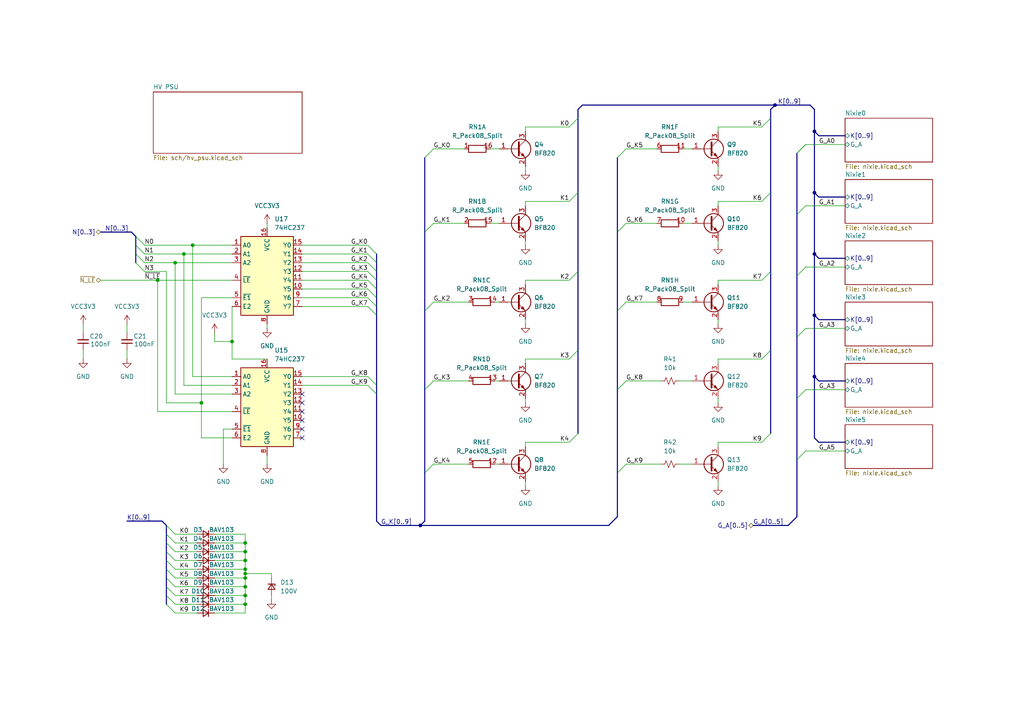
<source format=kicad_sch>
(kicad_sch (version 20250114) (generator "eeschema") (generator_version "9.0")
  (paper "A4")
  (lib_symbols
    (symbol "74xx:74HC237"
      (property "Reference" "U" (at -7.62 13.97 0))
      (property "Value" "74HC237" (at 2.54 -11.43 0))
      (symbol "74HC237_0_1"
        (rectangle (start -7.62 12.7) (end 7.62 -10.16) (stroke (width 0.254)) (fill (type background)))
      )
      (symbol "74HC237_1_1"
        (pin input line (at -10.16 10.16 0) (length 2.54) (name "A0") (number "1"))
        (pin input line (at -10.16 7.62 0) (length 2.54) (name "A1") (number "2"))
        (pin input line (at -10.16 5.08 0) (length 2.54) (name "A2") (number "3"))
        (pin input line (at -10.16 0 0) (length 2.54) (name "~{LE}") (number "4"))
        (pin input line (at -10.16 -5.08 0) (length 2.54) (name "~{E1}") (number "5"))
        (pin input line (at -10.16 -7.62 0) (length 2.54) (name "E2") (number "6"))
        (pin power_in line (at 0 15.24 270) (length 2.54) (name "VCC") (number "16"))
        (pin power_in line (at 0 -12.7 90) (length 2.54) (name "GND") (number "8"))
        (pin output line (at 10.16 10.16 180) (length 2.54) (name "Y0") (number "15"))
        (pin output line (at 10.16 7.62 180) (length 2.54) (name "Y1") (number "14"))
        (pin output line (at 10.16 5.08 180) (length 2.54) (name "Y2") (number "13"))
        (pin output line (at 10.16 2.54 180) (length 2.54) (name "Y3") (number "12"))
        (pin output line (at 10.16 0 180) (length 2.54) (name "Y4") (number "11"))
        (pin output line (at 10.16 -2.54 180) (length 2.54) (name "Y5") (number "10"))
        (pin output line (at 10.16 -5.08 180) (length 2.54) (name "Y6") (number "9"))
        (pin output line (at 10.16 -7.62 180) (length 2.54) (name "Y7") (number "7"))
      )
    )
    (symbol "Device:C_Small" (pin_numbers (hide yes)) (pin_names (offset 0.254) (hide yes))
      (property "Reference" "C" (at 0.254 1.778 0))
      (property "Value" "C_Small" (at 0.254 -2.032 0))
      (symbol "C_Small_0_1"
        (polyline (pts (xy -1.524 0.508) (xy 1.524 0.508)) (stroke (width 0.3048)))
        (polyline (pts (xy -1.524 -0.508) (xy 1.524 -0.508)) (stroke (width 0.3302)))
      )
      (symbol "C_Small_1_1"
        (pin passive line (at 0 2.54 270) (length 2.032) (name "~") (number "1"))
        (pin passive line (at 0 -2.54 90) (length 2.032) (name "~") (number "2"))
      )
    )
    (symbol "Device:D_Small" (pin_numbers (hide yes)) (pin_names (offset 0.254) (hide yes))
      (property "Reference" "D" (at -1.27 2.032 0))
      (property "Value" "D_Small" (at -3.81 -2.032 0))
      (symbol "D_Small_0_1"
        (polyline (pts (xy -0.762 0) (xy 0.762 0)))
        (polyline (pts (xy -0.762 -1.016) (xy -0.762 1.016)) (stroke (width 0.254)))
        (polyline (pts (xy 0.762 -1.016) (xy -0.762 0) (xy 0.762 1.016) (xy 0.762 -1.016)) (stroke (width 0.254)))
      )
      (symbol "D_Small_1_1"
        (pin passive line (at -2.54 0 0) (length 1.778) (name "K") (number "1"))
        (pin passive line (at 2.54 0 180) (length 1.778) (name "A") (number "2"))
      )
    )
    (symbol "Device:D_Zener_Small" (pin_numbers (hide yes)) (pin_names (offset 0.254) (hide yes))
      (property "Reference" "D" (at 0 2.286 0))
      (property "Value" "D_Zener_Small" (at 0 -2.286 0))
      (symbol "D_Zener_Small_0_1"
        (polyline (pts (xy -0.254 1.016) (xy -0.762 1.016) (xy -0.762 -1.016)) (stroke (width 0.254)))
        (polyline (pts (xy 0.762 1.016) (xy -0.762 0) (xy 0.762 -1.016) (xy 0.762 1.016)) (stroke (width 0.254)))
        (polyline (pts (xy 0.762 0) (xy -0.762 0)))
      )
      (symbol "D_Zener_Small_1_1"
        (pin passive line (at -2.54 0 0) (length 1.778) (name "K") (number "1"))
        (pin passive line (at 2.54 0 180) (length 1.778) (name "A") (number "2"))
      )
    )
    (symbol "Device:R_Pack08_Split" (pin_names (offset 0) (hide yes))
      (property "Reference" "RN" (at 2.032 0 90))
      (property "Value" "R_Pack08_Split" (at 0 0 90))
      (symbol "R_Pack08_Split_0_1"
        (rectangle (start 1.016 2.54) (end -1.016 -2.54) (stroke (width 0.254)))
      )
      (symbol "R_Pack08_Split_1_1"
        (pin passive line (at 0 3.81 270) (length 1.27) (name "R1.2") (number "16"))
        (pin passive line (at 0 -3.81 90) (length 1.27) (name "R1.1") (number "1"))
      )
      (symbol "R_Pack08_Split_2_1"
        (pin passive line (at 0 3.81 270) (length 1.27) (name "R2.2") (number "15"))
        (pin passive line (at 0 -3.81 90) (length 1.27) (name "R2.1") (number "2"))
      )
      (symbol "R_Pack08_Split_3_1"
        (pin passive line (at 0 3.81 270) (length 1.27) (name "R3.2") (number "14"))
        (pin passive line (at 0 -3.81 90) (length 1.27) (name "R3.1") (number "3"))
      )
      (symbol "R_Pack08_Split_4_1"
        (pin passive line (at 0 3.81 270) (length 1.27) (name "R4.2") (number "13"))
        (pin passive line (at 0 -3.81 90) (length 1.27) (name "R4.1") (number "4"))
      )
      (symbol "R_Pack08_Split_5_1"
        (pin passive line (at 0 3.81 270) (length 1.27) (name "R5.2") (number "12"))
        (pin passive line (at 0 -3.81 90) (length 1.27) (name "R5.1") (number "5"))
      )
      (symbol "R_Pack08_Split_6_1"
        (pin passive line (at 0 3.81 270) (length 1.27) (name "R6.2") (number "11"))
        (pin passive line (at 0 -3.81 90) (length 1.27) (name "R6.1") (number "6"))
      )
      (symbol "R_Pack08_Split_7_1"
        (pin passive line (at 0 3.81 270) (length 1.27) (name "R7.2") (number "10"))
        (pin passive line (at 0 -3.81 90) (length 1.27) (name "R7.1") (number "7"))
      )
      (symbol "R_Pack08_Split_8_1"
        (pin passive line (at 0 3.81 270) (length 1.27) (name "R8.2") (number "9"))
        (pin passive line (at 0 -3.81 90) (length 1.27) (name "R8.1") (number "8"))
      )
    )
    (symbol "Device:R_Small_US" (pin_numbers (hide yes)) (pin_names (offset 0.254) (hide yes))
      (property "Reference" "R" (at 0.762 0.508 0))
      (property "Value" "R_Small_US" (at 0.762 -1.016 0))
      (symbol "R_Small_US_1_1"
        (polyline (pts (xy 0 1.524) (xy 1.016 1.143) (xy 0 0.762) (xy -1.016 0.381) (xy 0 0)))
        (polyline (pts (xy 0 0) (xy 1.016 -0.381) (xy 0 -0.762) (xy -1.016 -1.143) (xy 0 -1.524)))
        (pin passive line (at 0 2.54 270) (length 1.016) (name "~") (number "1"))
        (pin passive line (at 0 -2.54 90) (length 1.016) (name "~") (number "2"))
      )
    )
    (symbol "Transistor_BJT:Q_NPN_BEC" (pin_names (offset 0) (hide yes))
      (property "Reference" "Q" (at 5.08 1.27 0))
      (property "Value" "Q_NPN_BEC" (at 5.08 -1.27 0))
      (symbol "Q_NPN_BEC_0_1"
        (polyline (pts (xy -2.54 0) (xy 0.635 0)))
        (polyline (pts (xy 0.635 1.905) (xy 0.635 -1.905)) (stroke (width 0.508)))
        (circle (center 1.27 0) (radius 2.8194) (stroke (width 0.254)))
      )
      (symbol "Q_NPN_BEC_1_1"
        (polyline (pts (xy 0.635 0.635) (xy 2.54 2.54)))
        (polyline (pts (xy 0.635 -0.635) (xy 2.54 -2.54)))
        (polyline (pts (xy 1.27 -1.778) (xy 1.778 -1.27) (xy 2.286 -2.286) (xy 1.27 -1.778)) (fill (type outline)))
        (pin input line (at -5.08 0 0) (length 2.54) (name "B") (number "1"))
        (pin passive line (at 2.54 5.08 270) (length 2.54) (name "C") (number "3"))
        (pin passive line (at 2.54 -5.08 90) (length 2.54) (name "E") (number "2"))
      )
    )
    (symbol "power:GND" (power) (pin_numbers (hide yes)) (pin_names (offset 0) (hide yes))
      (property "Value" "GND" (at 0 -3.81 0))
      (symbol "GND_0_1"
        (polyline (pts (xy 0 0) (xy 0 -1.27) (xy 1.27 -1.27) (xy 0 -2.54) (xy -1.27 -1.27) (xy 0 -1.27)))
      )
      (symbol "GND_1_1"
        (pin power_in line (at 0 0 270) (length 0) (name "~") (number "1"))
      )
    )
    (symbol "power:VCC" (power) (pin_numbers (hide yes)) (pin_names (offset 0) (hide yes))
      (property "Value" "VCC" (at 0 3.556 0))
      (symbol "VCC_0_1"
        (polyline (pts (xy -0.762 1.27) (xy 0 2.54)))
        (polyline (pts (xy 0 2.54) (xy 0.762 1.27)))
        (polyline (pts (xy 0 0) (xy 0 2.54)))
      )
      (symbol "VCC_1_1"
        (pin power_in line (at 0 0 90) (length 0) (name "~") (number "1"))
      )
    )
  )
  (junction (at 55.88 71.12))
  (junction (at 71.12 175.26))
  (junction (at 71.12 160.02))
  (junction (at 71.12 170.18))
  (junction (at 236.22 55.88))
  (junction (at 67.31 99.06))
  (junction (at 236.22 73.66))
  (junction (at 45.72 81.28))
  (junction (at 71.12 166.37))
  (junction (at 50.8 76.2))
  (junction (at 236.22 109.22))
  (junction (at 71.12 162.56))
  (junction (at 53.34 73.66))
  (junction (at 71.12 172.72))
  (junction (at 58.42 116.84))
  (junction (at 236.22 38.1))
  (junction (at 71.12 157.48))
  (junction (at 71.12 167.64))
  (junction (at 71.12 165.1))
  (junction (at 236.22 91.44))
  (junction (at 224.79 30.48))
  (junction (at 121.92 152.4))
  (no_connect (at 87.63 124.46))
  (no_connect (at 87.63 127))
  (no_connect (at 87.63 119.38))
  (no_connect (at 87.63 116.84))
  (no_connect (at 87.63 114.3))
  (no_connect (at 87.63 121.92))
  (bus_entry (at 167.64 55.88) (size -2.54 2.54))
  (bus_entry (at 167.64 101.6) (size -2.54 2.54))
  (bus_entry (at 48.26 170.18) (size 2.54 2.54))
  (bus_entry (at 48.26 152.4) (size 2.54 2.54))
  (bus_entry (at 39.37 68.58) (size 2.54 2.54))
  (bus_entry (at 167.64 125.73) (size -2.54 2.54))
  (bus_entry (at 48.26 172.72) (size 2.54 2.54))
  (bus_entry (at 48.26 162.56) (size 2.54 2.54))
  (bus_entry (at 123.19 45.72) (size 2.54 -2.54))
  (bus_entry (at 167.64 78.74) (size -2.54 2.54))
  (bus_entry (at 48.26 160.02) (size 2.54 2.54))
  (bus_entry (at 179.07 113.03) (size 2.54 -2.54))
  (bus_entry (at 109.22 114.3) (size -2.54 -2.54))
  (bus_entry (at 231.14 44.45) (size 2.54 -2.54))
  (bus_entry (at 109.22 91.44) (size -2.54 -2.54))
  (bus_entry (at 231.14 97.79) (size 2.54 -2.54))
  (bus_entry (at 231.14 115.57) (size 2.54 -2.54))
  (bus_entry (at 48.26 154.94) (size 2.54 2.54))
  (bus_entry (at 179.07 67.31) (size 2.54 -2.54))
  (bus_entry (at 39.37 71.12) (size 2.54 2.54))
  (bus_entry (at 48.26 167.64) (size 2.54 2.54))
  (bus_entry (at 223.52 55.88) (size -2.54 2.54))
  (bus_entry (at 231.14 133.35) (size 2.54 -2.54))
  (bus_entry (at 123.19 137.16) (size 2.54 -2.54))
  (bus_entry (at 179.07 90.17) (size 2.54 -2.54))
  (bus_entry (at 48.26 157.48) (size 2.54 2.54))
  (bus_entry (at 167.64 34.29) (size -2.54 2.54))
  (bus_entry (at 123.19 90.17) (size 2.54 -2.54))
  (bus_entry (at 48.26 165.1) (size 2.54 2.54))
  (bus_entry (at 109.22 81.28) (size -2.54 -2.54))
  (bus_entry (at 109.22 73.66) (size -2.54 -2.54))
  (bus_entry (at 39.37 76.2) (size 2.54 2.54))
  (bus_entry (at 223.52 125.73) (size -2.54 2.54))
  (bus_entry (at 109.22 83.82) (size -2.54 -2.54))
  (bus_entry (at 231.14 44.45) (size 2.54 -2.54))
  (bus_entry (at 109.22 111.76) (size -2.54 -2.54))
  (bus_entry (at 123.19 113.03) (size 2.54 -2.54))
  (bus_entry (at 123.19 67.31) (size 2.54 -2.54))
  (bus_entry (at 109.22 78.74) (size -2.54 -2.54))
  (bus_entry (at 109.22 76.2) (size -2.54 -2.54))
  (bus_entry (at 179.07 137.16) (size 2.54 -2.54))
  (bus_entry (at 109.22 88.9) (size -2.54 -2.54))
  (bus_entry (at 39.37 73.66) (size 2.54 2.54))
  (bus_entry (at 48.26 175.26) (size 2.54 2.54))
  (bus_entry (at 231.14 80.01) (size 2.54 -2.54))
  (bus_entry (at 223.52 78.74) (size -2.54 2.54))
  (bus_entry (at 223.52 34.29) (size -2.54 2.54))
  (bus_entry (at 109.22 86.36) (size -2.54 -2.54))
  (bus_entry (at 179.07 45.72) (size 2.54 -2.54))
  (bus_entry (at 231.14 62.23) (size 2.54 -2.54))
  (bus_entry (at 223.52 101.6) (size -2.54 2.54))
  (wire (pts (xy 41.91 73.66) (xy 53.34 73.66)))
  (bus (pts (xy 231.14 133.35) (xy 231.14 149.86)))
  (wire (pts (xy 198.12 87.63) (xy 200.66 87.63)))
  (wire (pts (xy 71.12 165.1) (xy 71.12 166.37)))
  (bus (pts (xy 179.07 90.17) (xy 179.07 113.03)))
  (bus (pts (xy 123.19 151.13) (xy 121.92 152.4)))
  (bus (pts (xy 48.26 157.48) (xy 48.26 160.02)))
  (bus (pts (xy 179.07 137.16) (xy 179.07 149.86)))
  (wire (pts (xy 152.4 92.71) (xy 152.4 93.98)))
  (bus (pts (xy 231.14 115.57) (xy 231.14 133.35)))
  (bus (pts (xy 223.52 55.88) (xy 223.52 78.74)))
  (bus (pts (xy 48.26 152.4) (xy 48.26 154.94)))
  (wire (pts (xy 106.68 71.12) (xy 87.63 71.12)))
  (wire (pts (xy 62.23 165.1) (xy 71.12 165.1)))
  (bus (pts (xy 236.22 31.75) (xy 236.22 38.1)))
  (wire (pts (xy 50.8 76.2) (xy 67.31 76.2)))
  (wire (pts (xy 62.23 99.06) (xy 67.31 99.06)))
  (wire (pts (xy 71.12 160.02) (xy 71.12 162.56)))
  (bus (pts (xy 236.22 109.22) (xy 237.49 110.49)))
  (wire (pts (xy 125.73 64.77) (xy 134.62 64.77)))
  (bus (pts (xy 48.26 165.1) (xy 48.26 167.64)))
  (wire (pts (xy 41.91 76.2) (xy 50.8 76.2)))
  (wire (pts (xy 71.12 175.26) (xy 71.12 177.8)))
  (bus (pts (xy 39.37 73.66) (xy 39.37 76.2)))
  (wire (pts (xy 125.73 134.62) (xy 135.89 134.62)))
  (wire (pts (xy 106.68 78.74) (xy 87.63 78.74)))
  (bus (pts (xy 179.07 45.72) (xy 179.07 67.31)))
  (bus (pts (xy 236.22 73.66) (xy 236.22 91.44)))
  (bus (pts (xy 123.19 45.72) (xy 123.19 67.31)))
  (wire (pts (xy 53.34 111.76) (xy 53.34 73.66)))
  (wire (pts (xy 50.8 167.64) (xy 57.15 167.64)))
  (wire (pts (xy 55.88 109.22) (xy 55.88 71.12)))
  (bus (pts (xy 237.49 128.27) (xy 245.11 128.27)))
  (wire (pts (xy 106.68 76.2) (xy 87.63 76.2)))
  (bus (pts (xy 223.52 34.29) (xy 223.52 55.88)))
  (wire (pts (xy 142.24 64.77) (xy 144.78 64.77)))
  (wire (pts (xy 50.8 114.3) (xy 50.8 76.2)))
  (wire (pts (xy 233.68 95.25) (xy 245.11 95.25)))
  (bus (pts (xy 231.14 97.79) (xy 231.14 115.57)))
  (wire (pts (xy 78.74 172.72) (xy 78.74 173.99)))
  (bus (pts (xy 48.26 172.72) (xy 48.26 175.26)))
  (bus (pts (xy 39.37 68.58) (xy 38.1 67.31)))
  (wire (pts (xy 36.83 93.98) (xy 36.83 96.52)))
  (wire (pts (xy 143.51 134.62) (xy 144.78 134.62)))
  (wire (pts (xy 71.12 154.94) (xy 71.12 157.48)))
  (wire (pts (xy 53.34 73.66) (xy 67.31 73.66)))
  (wire (pts (xy 62.23 162.56) (xy 71.12 162.56)))
  (wire (pts (xy 143.51 110.49) (xy 144.78 110.49)))
  (wire (pts (xy 152.4 81.28) (xy 165.1 81.28)))
  (wire (pts (xy 106.68 86.36) (xy 87.63 86.36)))
  (wire (pts (xy 62.23 170.18) (xy 71.12 170.18)))
  (wire (pts (xy 208.28 58.42) (xy 220.98 58.42)))
  (bus (pts (xy 218.44 152.4) (xy 228.6 152.4)))
  (wire (pts (xy 152.4 36.83) (xy 165.1 36.83)))
  (wire (pts (xy 62.23 177.8) (xy 71.12 177.8)))
  (wire (pts (xy 67.31 86.36) (xy 58.42 86.36)))
  (bus (pts (xy 237.49 110.49) (xy 245.11 110.49)))
  (wire (pts (xy 106.68 111.76) (xy 87.63 111.76)))
  (wire (pts (xy 208.28 36.83) (xy 208.28 38.1)))
  (bus (pts (xy 109.22 76.2) (xy 109.22 78.74)))
  (bus (pts (xy 237.49 39.37) (xy 245.11 39.37)))
  (wire (pts (xy 233.68 41.91) (xy 245.11 41.91)))
  (wire (pts (xy 62.23 172.72) (xy 71.12 172.72)))
  (wire (pts (xy 58.42 86.36) (xy 58.42 116.84)))
  (bus (pts (xy 236.22 38.1) (xy 236.22 55.88)))
  (wire (pts (xy 106.68 83.82) (xy 87.63 83.82)))
  (wire (pts (xy 77.47 93.98) (xy 77.47 95.25)))
  (bus (pts (xy 236.22 73.66) (xy 237.49 74.93)))
  (wire (pts (xy 71.12 167.64) (xy 71.12 170.18)))
  (wire (pts (xy 50.8 157.48) (xy 57.15 157.48)))
  (wire (pts (xy 208.28 115.57) (xy 208.28 116.84)))
  (wire (pts (xy 71.12 157.48) (xy 71.12 160.02)))
  (bus (pts (xy 179.07 149.86) (xy 176.53 152.4)))
  (wire (pts (xy 208.28 128.27) (xy 220.98 128.27)))
  (wire (pts (xy 181.61 43.18) (xy 190.5 43.18)))
  (wire (pts (xy 125.73 87.63) (xy 135.89 87.63)))
  (bus (pts (xy 109.22 83.82) (xy 109.22 86.36)))
  (wire (pts (xy 181.61 64.77) (xy 190.5 64.77)))
  (wire (pts (xy 152.4 115.57) (xy 152.4 116.84)))
  (bus (pts (xy 123.19 67.31) (xy 123.19 90.17)))
  (wire (pts (xy 67.31 99.06) (xy 67.31 104.14)))
  (wire (pts (xy 48.26 116.84) (xy 48.26 78.74)))
  (wire (pts (xy 152.4 128.27) (xy 165.1 128.27)))
  (wire (pts (xy 24.13 101.6) (xy 24.13 104.14)))
  (bus (pts (xy 167.64 31.75) (xy 168.91 30.48)))
  (wire (pts (xy 196.85 134.62) (xy 200.66 134.62)))
  (wire (pts (xy 106.68 109.22) (xy 87.63 109.22)))
  (bus (pts (xy 109.22 78.74) (xy 109.22 81.28)))
  (bus (pts (xy 223.52 34.29) (xy 223.52 31.75)))
  (bus (pts (xy 236.22 91.44) (xy 237.49 92.71)))
  (wire (pts (xy 152.4 36.83) (xy 152.4 38.1)))
  (wire (pts (xy 45.72 81.28) (xy 67.31 81.28)))
  (bus (pts (xy 224.79 30.48) (xy 234.95 30.48)))
  (bus (pts (xy 237.49 74.93) (xy 245.11 74.93)))
  (wire (pts (xy 67.31 111.76) (xy 53.34 111.76)))
  (bus (pts (xy 236.22 55.88) (xy 237.49 57.15)))
  (bus (pts (xy 109.22 88.9) (xy 109.22 91.44)))
  (wire (pts (xy 50.8 165.1) (xy 57.15 165.1)))
  (bus (pts (xy 109.22 73.66) (xy 109.22 76.2)))
  (bus (pts (xy 167.64 101.6) (xy 167.64 125.73)))
  (wire (pts (xy 50.8 177.8) (xy 57.15 177.8)))
  (wire (pts (xy 152.4 128.27) (xy 152.4 129.54)))
  (bus (pts (xy 224.79 30.48) (xy 168.91 30.48)))
  (wire (pts (xy 50.8 162.56) (xy 57.15 162.56)))
  (bus (pts (xy 237.49 92.71) (xy 245.11 92.71)))
  (wire (pts (xy 208.28 48.26) (xy 208.28 49.53)))
  (bus (pts (xy 110.49 152.4) (xy 121.92 152.4)))
  (bus (pts (xy 167.64 34.29) (xy 167.64 55.88)))
  (wire (pts (xy 29.21 81.28) (xy 45.72 81.28)))
  (bus (pts (xy 110.49 152.4) (xy 109.22 151.13)))
  (bus (pts (xy 36.83 151.13) (xy 46.99 151.13)))
  (bus (pts (xy 231.14 44.45) (xy 231.14 62.23)))
  (bus (pts (xy 109.22 111.76) (xy 109.22 114.3)))
  (bus (pts (xy 48.26 152.4) (xy 46.99 151.13)))
  (wire (pts (xy 198.12 64.77) (xy 200.66 64.77)))
  (bus (pts (xy 39.37 68.58) (xy 39.37 71.12)))
  (wire (pts (xy 67.31 99.06) (xy 67.31 88.9)))
  (wire (pts (xy 71.12 172.72) (xy 71.12 175.26)))
  (bus (pts (xy 109.22 114.3) (xy 109.22 151.13)))
  (wire (pts (xy 152.4 104.14) (xy 152.4 105.41)))
  (wire (pts (xy 233.68 113.03) (xy 245.11 113.03)))
  (bus (pts (xy 123.19 137.16) (xy 123.19 151.13)))
  (bus (pts (xy 236.22 109.22) (xy 236.22 127)))
  (wire (pts (xy 62.23 175.26) (xy 71.12 175.26)))
  (bus (pts (xy 48.26 160.02) (xy 48.26 162.56)))
  (wire (pts (xy 67.31 124.46) (xy 64.77 124.46)))
  (wire (pts (xy 55.88 71.12) (xy 67.31 71.12)))
  (wire (pts (xy 78.74 166.37) (xy 78.74 167.64)))
  (bus (pts (xy 236.22 91.44) (xy 236.22 109.22)))
  (wire (pts (xy 233.68 77.47) (xy 245.11 77.47)))
  (bus (pts (xy 123.19 113.03) (xy 123.19 137.16)))
  (wire (pts (xy 143.51 87.63) (xy 144.78 87.63)))
  (wire (pts (xy 71.12 162.56) (xy 71.12 165.1)))
  (bus (pts (xy 231.14 80.01) (xy 231.14 97.79)))
  (wire (pts (xy 55.88 109.22) (xy 67.31 109.22)))
  (bus (pts (xy 236.22 127) (xy 237.49 128.27)))
  (wire (pts (xy 58.42 116.84) (xy 48.26 116.84)))
  (bus (pts (xy 234.95 30.48) (xy 236.22 31.75)))
  (wire (pts (xy 50.8 170.18) (xy 57.15 170.18)))
  (wire (pts (xy 58.42 127) (xy 67.31 127)))
  (wire (pts (xy 106.68 73.66) (xy 87.63 73.66)))
  (wire (pts (xy 50.8 160.02) (xy 57.15 160.02)))
  (bus (pts (xy 179.07 113.03) (xy 179.07 137.16)))
  (wire (pts (xy 50.8 154.94) (xy 57.15 154.94)))
  (wire (pts (xy 67.31 104.14) (xy 77.47 104.14)))
  (wire (pts (xy 208.28 58.42) (xy 208.28 59.69)))
  (wire (pts (xy 208.28 81.28) (xy 208.28 82.55)))
  (bus (pts (xy 109.22 91.44) (xy 109.22 111.76)))
  (wire (pts (xy 67.31 119.38) (xy 45.72 119.38)))
  (wire (pts (xy 208.28 69.85) (xy 208.28 71.12)))
  (bus (pts (xy 48.26 154.94) (xy 48.26 157.48)))
  (wire (pts (xy 45.72 119.38) (xy 45.72 81.28)))
  (bus (pts (xy 167.64 55.88) (xy 167.64 78.74)))
  (wire (pts (xy 64.77 124.46) (xy 64.77 134.62)))
  (wire (pts (xy 62.23 96.52) (xy 62.23 99.06)))
  (bus (pts (xy 179.07 67.31) (xy 179.07 90.17)))
  (wire (pts (xy 62.23 154.94) (xy 71.12 154.94)))
  (wire (pts (xy 62.23 157.48) (xy 71.12 157.48)))
  (wire (pts (xy 50.8 172.72) (xy 57.15 172.72)))
  (wire (pts (xy 62.23 160.02) (xy 71.12 160.02)))
  (bus (pts (xy 223.52 31.75) (xy 224.79 30.48)))
  (bus (pts (xy 48.26 167.64) (xy 48.26 170.18)))
  (wire (pts (xy 50.8 175.26) (xy 57.15 175.26)))
  (wire (pts (xy 24.13 93.98) (xy 24.13 96.52)))
  (wire (pts (xy 41.91 71.12) (xy 55.88 71.12)))
  (wire (pts (xy 233.68 130.81) (xy 245.11 130.81)))
  (bus (pts (xy 237.49 57.15) (xy 245.11 57.15)))
  (wire (pts (xy 77.47 132.08) (xy 77.47 134.62)))
  (wire (pts (xy 152.4 81.28) (xy 152.4 82.55)))
  (wire (pts (xy 152.4 58.42) (xy 152.4 59.69)))
  (wire (pts (xy 208.28 92.71) (xy 208.28 93.98)))
  (wire (pts (xy 152.4 58.42) (xy 165.1 58.42)))
  (bus (pts (xy 167.64 34.29) (xy 167.64 31.75)))
  (wire (pts (xy 152.4 69.85) (xy 152.4 71.12)))
  (wire (pts (xy 198.12 43.18) (xy 200.66 43.18)))
  (wire (pts (xy 106.68 81.28) (xy 87.63 81.28)))
  (wire (pts (xy 152.4 104.14) (xy 165.1 104.14)))
  (bus (pts (xy 236.22 38.1) (xy 237.49 39.37)))
  (wire (pts (xy 233.68 59.69) (xy 245.11 59.69)))
  (wire (pts (xy 71.12 166.37) (xy 71.12 167.64)))
  (wire (pts (xy 208.28 139.7) (xy 208.28 140.97)))
  (wire (pts (xy 62.23 167.64) (xy 71.12 167.64)))
  (wire (pts (xy 208.28 36.83) (xy 220.98 36.83)))
  (bus (pts (xy 109.22 81.28) (xy 109.22 83.82)))
  (wire (pts (xy 208.28 104.14) (xy 208.28 105.41)))
  (bus (pts (xy 223.52 101.6) (xy 223.52 125.73)))
  (wire (pts (xy 152.4 48.26) (xy 152.4 49.53)))
  (wire (pts (xy 208.28 128.27) (xy 208.28 129.54)))
  (wire (pts (xy 125.73 43.18) (xy 134.62 43.18)))
  (wire (pts (xy 106.68 88.9) (xy 87.63 88.9)))
  (bus (pts (xy 123.19 90.17) (xy 123.19 113.03)))
  (bus (pts (xy 121.92 152.4) (xy 176.53 152.4)))
  (bus (pts (xy 48.26 162.56) (xy 48.26 165.1)))
  (wire (pts (xy 181.61 87.63) (xy 190.5 87.63)))
  (bus (pts (xy 167.64 78.74) (xy 167.64 101.6)))
  (wire (pts (xy 142.24 43.18) (xy 144.78 43.18)))
  (bus (pts (xy 39.37 71.12) (xy 39.37 73.66)))
  (wire (pts (xy 58.42 116.84) (xy 58.42 127)))
  (bus (pts (xy 223.52 78.74) (xy 223.52 101.6)))
  (bus (pts (xy 231.14 62.23) (xy 231.14 80.01)))
  (bus (pts (xy 109.22 86.36) (xy 109.22 88.9)))
  (wire (pts (xy 67.31 114.3) (xy 50.8 114.3)))
  (bus (pts (xy 48.26 170.18) (xy 48.26 172.72)))
  (wire (pts (xy 41.91 78.74) (xy 48.26 78.74)))
  (wire (pts (xy 77.47 64.77) (xy 77.47 66.04)))
  (wire (pts (xy 181.61 110.49) (xy 191.77 110.49)))
  (wire (pts (xy 196.85 110.49) (xy 200.66 110.49)))
  (wire (pts (xy 152.4 139.7) (xy 152.4 140.97)))
  (wire (pts (xy 125.73 110.49) (xy 135.89 110.49)))
  (bus (pts (xy 29.21 67.31) (xy 38.1 67.31)))
  (wire (pts (xy 71.12 166.37) (xy 78.74 166.37)))
  (bus (pts (xy 236.22 55.88) (xy 236.22 73.66)))
  (wire (pts (xy 208.28 81.28) (xy 220.98 81.28)))
  (wire (pts (xy 71.12 170.18) (xy 71.12 172.72)))
  (bus (pts (xy 231.14 149.86) (xy 228.6 152.4)))
  (wire (pts (xy 208.28 104.14) (xy 220.98 104.14)))
  (wire (pts (xy 181.61 134.62) (xy 191.77 134.62)))
  (wire (pts (xy 36.83 101.6) (xy 36.83 104.14)))
  (label "K5" (at 220.98 36.83 180))
  (label "G_K9" (at 181.61 134.62 0))
  (label "G_A[0..5]" (at 218.44 152.4 0))
  (label "N[0..3]" (at 30.48 67.31 0))
  (label "K8" (at 52.07 175.26 0))
  (label "G_A1" (at 237.49 59.69 0))
  (label "N3" (at 41.91 78.74 0))
  (label "G_A3" (at 237.49 95.25 0))
  (label "G_K[0..9]" (at 110.49 152.4 0))
  (label "G_K5" (at 181.61 43.18 0))
  (label "G_K2" (at 125.73 87.63 0))
  (label "K9" (at 52.07 177.8 0))
  (label "K5" (at 52.07 167.64 0))
  (label "G_A5" (at 237.49 130.81 0))
  (label "G_A3" (at 237.49 113.03 0))
  (label "G_K4" (at 125.73 134.62 0))
  (label "G_K7" (at 181.61 87.63 0))
  (label "K0" (at 165.1 36.83 180))
  (label "K0" (at 52.07 154.94 0))
  (label "G_K6" (at 181.61 64.77 0))
  (label "K1" (at 52.07 157.48 0))
  (label "N0" (at 41.91 71.12 0))
  (label "G_A0" (at 237.49 41.91 0))
  (label "K[0..9]" (at 36.83 151.13 0))
  (label "G_K4" (at 106.68 81.28 180))
  (label "K7" (at 220.98 81.28 180))
  (label "K4" (at 52.07 165.1 0))
  (label "G_K3" (at 125.73 110.49 0))
  (label "N1" (at 41.91 73.66 0))
  (label "G_K1" (at 106.68 73.66 180))
  (label "G_K6" (at 106.68 86.36 180))
  (label "K1" (at 165.1 58.42 180))
  (label "G_K0" (at 106.68 71.12 180))
  (label "G_K7" (at 106.68 88.9 180))
  (label "G_A2" (at 237.49 77.47 0))
  (label "K8" (at 220.98 104.14 180))
  (label "G_K2" (at 106.68 76.2 180))
  (label "G_K5" (at 106.68 83.82 180))
  (label "G_K8" (at 181.61 110.49 0))
  (label "G_K3" (at 106.68 78.74 180))
  (label "G_K1" (at 125.73 64.77 0))
  (label "K3" (at 52.07 162.56 0))
  (label "K3" (at 165.1 104.14 180))
  (label "G_K8" (at 106.68 109.22 180))
  (label "G_K9" (at 106.68 111.76 180))
  (label "K6" (at 52.07 170.18 0))
  (label "K9" (at 220.98 128.27 180))
  (label "K[0..9]" (at 232.41 30.48 180))
  (label "G_K0" (at 125.73 43.18 0))
  (label "K2" (at 165.1 81.28 180))
  (label "N2" (at 41.91 76.2 0))
  (label "K6" (at 220.98 58.42 180))
  (label "~{N_LE}" (at 41.91 81.28 0))
  (label "K2" (at 52.07 160.02 0))
  (label "K7" (at 52.07 172.72 0))
  (label "K4" (at 165.1 128.27 180))
  (hierarchical_label "~{N_LE}" (shape bidirectional) (at 29.21 81.28 180))
  (hierarchical_label "N[0..3]" (shape bidirectional) (at 29.21 67.31 180))
  (hierarchical_label "G_A[0..5]" (shape bidirectional) (at 218.44 152.4 180))
  (symbol (lib_id "Device:D_Small") (at 59.69 162.56 180) (unit 1)
    (property "Reference" "D6" (at 57.404 161.29 0))
    (property "Value" "BAV103" (at 64.262 161.29 0))
    (property "Footprint" "Diode_SMD:D_MiniMELF" (effects (hide yes)))
    (property "Description" "Diode, small symbol" (effects (hide yes)))
    (property "Sim.Device" "D" (effects (hide yes)))
    (property "Sim.Pins" "1=K 2=A" (effects (hide yes)))
    (property "LCSC" "C3313132" (effects (hide yes)))
  )
  (symbol (lib_id "Device:R_Pack08_Split") (at 194.31 87.63 270) (unit 8)
    (property "Reference" "RN1" (at 194.31 81.28 90))
    (property "Value" "R_Pack08_Split" (at 194.31 83.82 90))
    (property "Description" "8 resistor network, parallel topology, split" (effects (hide yes)))
  )
  (symbol (lib_id "Device:D_Small") (at 59.69 177.8 180) (unit 1)
    (property "Reference" "D12" (at 57.404 176.53 0))
    (property "Value" "BAV103" (at 64.262 176.53 0))
    (property "Footprint" "Diode_SMD:D_MiniMELF" (effects (hide yes)))
    (property "Description" "Diode, small symbol" (effects (hide yes)))
    (property "Sim.Device" "D" (effects (hide yes)))
    (property "Sim.Pins" "1=K 2=A" (effects (hide yes)))
    (property "LCSC" "C3313132" (effects (hide yes)))
  )
  (symbol (lib_id "power:GND") (at 77.47 95.25 0) (unit 1)
    (property "Reference" "#PWR072" (effects (hide yes)))
    (property "Value" "GND" (at 77.47 100.33 0))
    (property "Description" "Power symbol creates a global label with name \"GND\" , ground" (effects (hide yes)))
  )
  (symbol (lib_id "Transistor_BJT:Q_NPN_BEC") (at 149.86 64.77 0) (unit 1)
    (property "Reference" "Q5" (at 154.94 63.4999 0) (effects (justify left)))
    (property "Value" "BF820" (at 154.94 66.0399 0) (effects (justify left)))
    (property "Footprint" "Package_TO_SOT_SMD:TSOT-23" (effects (hide yes)))
    (property "Description" "NPN transistor, base/emitter/collector" (effects (hide yes)))
    (property "LCSC" "C426796" (effects (hide yes)))
  )
  (symbol (lib_id "power:VCC") (at 77.47 64.77 0) (unit 1)
    (property "Reference" "#PWR088" (effects (hide yes)))
    (property "Value" "VCC3V3" (at 77.47 59.69 0))
    (property "Description" "Power symbol creates a global label with name \"VCC\"" (effects (hide yes)))
  )
  (symbol (lib_id "power:GND") (at 208.28 49.53 0) (unit 1)
    (property "Reference" "#PWR047" (effects (hide yes)))
    (property "Value" "GND" (at 208.28 54.61 0))
    (property "Description" "Power symbol creates a global label with name \"GND\" , ground" (effects (hide yes)))
  )
  (symbol (lib_id "power:GND") (at 78.74 173.99 0) (unit 1)
    (property "Reference" "#PWR074" (effects (hide yes)))
    (property "Value" "GND" (at 78.74 179.07 0))
    (property "Description" "Power symbol creates a global label with name \"GND\" , ground" (effects (hide yes)))
  )
  (symbol (lib_id "power:VCC") (at 24.13 93.98 0) (unit 1)
    (property "Reference" "#PWR066" (effects (hide yes)))
    (property "Value" "VCC3V3" (at 24.13 88.9 0))
    (property "Description" "Power symbol creates a global label with name \"VCC\"" (effects (hide yes)))
  )
  (symbol (lib_id "power:GND") (at 24.13 104.14 0) (unit 1)
    (property "Reference" "#PWR067" (effects (hide yes)))
    (property "Value" "GND" (at 24.13 109.22 0))
    (property "Description" "Power symbol creates a global label with name \"GND\" , ground" (effects (hide yes)))
  )
  (symbol (lib_id "Device:R_Small_US") (at 194.31 110.49 90) (unit 1)
    (property "Reference" "R41" (at 194.31 104.14 90))
    (property "Value" "10k" (at 194.31 106.68 90))
    (property "Description" "Resistor, small US symbol" (effects (hide yes)))
    (property "LCSC" "C98220" (effects (hide yes)))
  )
  (symbol (lib_id "power:GND") (at 77.47 134.62 0) (unit 1)
    (property "Reference" "#PWR073" (effects (hide yes)))
    (property "Value" "GND" (at 77.47 139.7 0))
    (property "Description" "Power symbol creates a global label with name \"GND\" , ground" (effects (hide yes)))
  )
  (symbol (lib_id "power:VCC") (at 36.83 93.98 0) (unit 1)
    (property "Reference" "#PWR068" (effects (hide yes)))
    (property "Value" "VCC3V3" (at 36.83 88.9 0))
    (property "Description" "Power symbol creates a global label with name \"VCC\"" (effects (hide yes)))
  )
  (symbol (lib_id "Transistor_BJT:Q_NPN_BEC") (at 149.86 110.49 0) (unit 1)
    (property "Reference" "Q7" (at 154.94 109.2199 0) (effects (justify left)))
    (property "Value" "BF820" (at 154.94 111.7599 0) (effects (justify left)))
    (property "Footprint" "Package_TO_SOT_SMD:TSOT-23" (effects (hide yes)))
    (property "Description" "NPN transistor, base/emitter/collector" (effects (hide yes)))
    (property "LCSC" "C426796" (effects (hide yes)))
  )
  (symbol (lib_id "power:GND") (at 152.4 49.53 0) (unit 1)
    (property "Reference" "#PWR037" (effects (hide yes)))
    (property "Value" "GND" (at 152.4 54.61 0))
    (property "Description" "Power symbol creates a global label with name \"GND\" , ground" (effects (hide yes)))
  )
  (symbol (lib_id "Transistor_BJT:Q_NPN_BEC") (at 205.74 110.49 0) (unit 1)
    (property "Reference" "Q12" (at 210.82 109.2199 0) (effects (justify left)))
    (property "Value" "BF820" (at 210.82 111.7599 0) (effects (justify left)))
    (property "Footprint" "Package_TO_SOT_SMD:TSOT-23" (effects (hide yes)))
    (property "Description" "NPN transistor, base/emitter/collector" (effects (hide yes)))
    (property "LCSC" "C426796" (effects (hide yes)))
  )
  (symbol (lib_id "Transistor_BJT:Q_NPN_BEC") (at 205.74 87.63 0) (unit 1)
    (property "Reference" "Q11" (at 210.82 86.3599 0) (effects (justify left)))
    (property "Value" "BF820" (at 210.82 88.8999 0) (effects (justify left)))
    (property "Footprint" "Package_TO_SOT_SMD:TSOT-23" (effects (hide yes)))
    (property "Description" "NPN transistor, base/emitter/collector" (effects (hide yes)))
    (property "LCSC" "C426796" (effects (hide yes)))
  )
  (symbol (lib_id "74xx:74HC237") (at 77.47 81.28 0) (unit 1)
    (property "Reference" "U17" (at 79.6133 63.5 0) (effects (justify left)))
    (property "Value" "74HC237" (at 79.6133 66.04 0) (effects (justify left)))
    (property "Datasheet" "http://www.ti.com/lit/ds/symlink/cd74hc237.pdf" (effects (hide yes)))
    (property "Description" "3-to-8 line decoder/multiplexer with address latches, DIP-16/SOIC-16/SSOP-16" (effects (hide yes)))
    (property "LCSC" "C2674656" (effects (hide yes)))
  )
  (symbol (lib_id "power:GND") (at 208.28 71.12 0) (unit 1)
    (property "Reference" "#PWR048" (effects (hide yes)))
    (property "Value" "GND" (at 208.28 76.2 0))
    (property "Description" "Power symbol creates a global label with name \"GND\" , ground" (effects (hide yes)))
  )
  (symbol (lib_id "Transistor_BJT:Q_NPN_BEC") (at 149.86 43.18 0) (unit 1)
    (property "Reference" "Q4" (at 154.94 41.9099 0) (effects (justify left)))
    (property "Value" "BF820" (at 154.94 44.4499 0) (effects (justify left)))
    (property "Footprint" "Package_TO_SOT_SMD:TSOT-23" (effects (hide yes)))
    (property "Description" "NPN transistor, base/emitter/collector" (effects (hide yes)))
    (property "LCSC" "C426796" (effects (hide yes)))
  )
  (symbol (lib_id "power:GND") (at 152.4 140.97 0) (unit 1)
    (property "Reference" "#PWR046" (effects (hide yes)))
    (property "Value" "GND" (at 152.4 146.05 0))
    (property "Description" "Power symbol creates a global label with name \"GND\" , ground" (effects (hide yes)))
  )
  (symbol (lib_id "Device:D_Small") (at 59.69 154.94 180) (unit 1)
    (property "Reference" "D3" (at 57.404 153.67 0))
    (property "Value" "BAV103" (at 64.262 153.67 0))
    (property "Footprint" "Diode_SMD:D_MiniMELF" (effects (hide yes)))
    (property "Description" "Diode, small symbol" (effects (hide yes)))
    (property "Sim.Device" "D" (effects (hide yes)))
    (property "Sim.Pins" "1=K 2=A" (effects (hide yes)))
    (property "LCSC" "C3313132" (effects (hide yes)))
  )
  (symbol (lib_id "Transistor_BJT:Q_NPN_BEC") (at 149.86 87.63 0) (unit 1)
    (property "Reference" "Q6" (at 154.94 86.3599 0) (effects (justify left)))
    (property "Value" "BF820" (at 154.94 88.8999 0) (effects (justify left)))
    (property "Footprint" "Package_TO_SOT_SMD:TSOT-23" (effects (hide yes)))
    (property "Description" "NPN transistor, base/emitter/collector" (effects (hide yes)))
    (property "LCSC" "C426796" (effects (hide yes)))
  )
  (symbol (lib_id "power:GND") (at 64.77 134.62 0) (unit 1)
    (property "Reference" "#PWR070" (effects (hide yes)))
    (property "Value" "GND" (at 64.77 139.7 0))
    (property "Description" "Power symbol creates a global label with name \"GND\" , ground" (effects (hide yes)))
  )
  (symbol (lib_id "Device:R_Pack08_Split") (at 138.43 64.77 270) (unit 2)
    (property "Reference" "RN1" (at 138.43 58.42 90))
    (property "Value" "R_Pack08_Split" (at 138.43 60.96 90))
    (property "Description" "8 resistor network, parallel topology, split" (effects (hide yes)))
  )
  (symbol (lib_id "Device:D_Small") (at 59.69 165.1 180) (unit 1)
    (property "Reference" "D7" (at 57.404 163.83 0))
    (property "Value" "BAV103" (at 64.262 163.83 0))
    (property "Footprint" "Diode_SMD:D_MiniMELF" (effects (hide yes)))
    (property "Description" "Diode, small symbol" (effects (hide yes)))
    (property "Sim.Device" "D" (effects (hide yes)))
    (property "Sim.Pins" "1=K 2=A" (effects (hide yes)))
    (property "LCSC" "C3313132" (effects (hide yes)))
  )
  (symbol (lib_id "Transistor_BJT:Q_NPN_BEC") (at 149.86 134.62 0) (unit 1)
    (property "Reference" "Q8" (at 154.94 133.3499 0) (effects (justify left)))
    (property "Value" "BF820" (at 154.94 135.8899 0) (effects (justify left)))
    (property "Footprint" "Package_TO_SOT_SMD:TSOT-23" (effects (hide yes)))
    (property "Description" "NPN transistor, base/emitter/collector" (effects (hide yes)))
    (property "LCSC" "C426796" (effects (hide yes)))
  )
  (symbol (lib_id "Device:C_Small") (at 24.13 99.06 180) (unit 1)
    (property "Reference" "C20" (at 27.94 97.536 0))
    (property "Value" "100nF" (at 29.21 99.822 0))
    (property "Footprint" "Capacitor_SMD:C_0603_1608Metric" (effects (hide yes)))
    (property "Description" "Unpolarized capacitor, small symbol" (effects (hide yes)))
    (property "LCSC" "C92490" (effects (hide yes)))
  )
  (symbol (lib_id "power:GND") (at 152.4 116.84 0) (unit 1)
    (property "Reference" "#PWR045" (effects (hide yes)))
    (property "Value" "GND" (at 152.4 121.92 0))
    (property "Description" "Power symbol creates a global label with name \"GND\" , ground" (effects (hide yes)))
  )
  (symbol (lib_id "Device:C_Small") (at 36.83 99.06 180) (unit 1)
    (property "Reference" "C21" (at 40.64 97.536 0))
    (property "Value" "100nF" (at 41.91 99.822 0))
    (property "Footprint" "Capacitor_SMD:C_0603_1608Metric" (effects (hide yes)))
    (property "Description" "Unpolarized capacitor, small symbol" (effects (hide yes)))
    (property "LCSC" "C92490" (effects (hide yes)))
  )
  (symbol (lib_id "Device:D_Small") (at 59.69 170.18 180) (unit 1)
    (property "Reference" "D9" (at 57.404 168.91 0))
    (property "Value" "BAV103" (at 64.262 168.91 0))
    (property "Footprint" "Diode_SMD:D_MiniMELF" (effects (hide yes)))
    (property "Description" "Diode, small symbol" (effects (hide yes)))
    (property "Sim.Device" "D" (effects (hide yes)))
    (property "Sim.Pins" "1=K 2=A" (effects (hide yes)))
    (property "LCSC" "C3313132" (effects (hide yes)))
  )
  (symbol (lib_id "power:GND") (at 208.28 93.98 0) (unit 1)
    (property "Reference" "#PWR049" (effects (hide yes)))
    (property "Value" "GND" (at 208.28 99.06 0))
    (property "Description" "Power symbol creates a global label with name \"GND\" , ground" (effects (hide yes)))
  )
  (symbol (lib_id "Device:R_Pack08_Split") (at 139.7 134.62 270) (unit 5)
    (property "Reference" "RN1" (at 139.7 128.27 90))
    (property "Value" "R_Pack08_Split" (at 139.7 130.81 90))
    (property "Description" "8 resistor network, parallel topology, split" (effects (hide yes)))
  )
  (symbol (lib_id "power:GND") (at 208.28 140.97 0) (unit 1)
    (property "Reference" "#PWR051" (effects (hide yes)))
    (property "Value" "GND" (at 208.28 146.05 0))
    (property "Description" "Power symbol creates a global label with name \"GND\" , ground" (effects (hide yes)))
  )
  (symbol (lib_id "power:GND") (at 152.4 71.12 0) (unit 1)
    (property "Reference" "#PWR039" (effects (hide yes)))
    (property "Value" "GND" (at 152.4 76.2 0))
    (property "Description" "Power symbol creates a global label with name \"GND\" , ground" (effects (hide yes)))
  )
  (symbol (lib_id "Transistor_BJT:Q_NPN_BEC") (at 205.74 43.18 0) (unit 1)
    (property "Reference" "Q9" (at 210.82 41.9099 0) (effects (justify left)))
    (property "Value" "BF820" (at 210.82 44.4499 0) (effects (justify left)))
    (property "Footprint" "Package_TO_SOT_SMD:TSOT-23" (effects (hide yes)))
    (property "Description" "NPN transistor, base/emitter/collector" (effects (hide yes)))
    (property "LCSC" "C426796" (effects (hide yes)))
  )
  (symbol (lib_id "Device:R_Pack08_Split") (at 139.7 110.49 270) (unit 4)
    (property "Reference" "RN1" (at 139.7 104.14 90))
    (property "Value" "R_Pack08_Split" (at 139.7 106.68 90))
    (property "Description" "8 resistor network, parallel topology, split" (effects (hide yes)))
  )
  (symbol (lib_id "Device:D_Small") (at 59.69 172.72 180) (unit 1)
    (property "Reference" "D10" (at 57.404 171.45 0))
    (property "Value" "BAV103" (at 64.262 171.45 0))
    (property "Footprint" "Diode_SMD:D_MiniMELF" (effects (hide yes)))
    (property "Description" "Diode, small symbol" (effects (hide yes)))
    (property "Sim.Device" "D" (effects (hide yes)))
    (property "Sim.Pins" "1=K 2=A" (effects (hide yes)))
    (property "LCSC" "C3313132" (effects (hide yes)))
  )
  (symbol (lib_id "Device:D_Small") (at 59.69 167.64 180) (unit 1)
    (property "Reference" "D8" (at 57.404 166.37 0))
    (property "Value" "BAV103" (at 64.262 166.37 0))
    (property "Footprint" "Diode_SMD:D_MiniMELF" (effects (hide yes)))
    (property "Description" "Diode, small symbol" (effects (hide yes)))
    (property "Sim.Device" "D" (effects (hide yes)))
    (property "Sim.Pins" "1=K 2=A" (effects (hide yes)))
    (property "LCSC" "C3313132" (effects (hide yes)))
  )
  (symbol (lib_id "Device:D_Small") (at 59.69 160.02 180) (unit 1)
    (property "Reference" "D5" (at 57.404 158.75 0))
    (property "Value" "BAV103" (at 64.262 158.75 0))
    (property "Footprint" "Diode_SMD:D_MiniMELF" (effects (hide yes)))
    (property "Description" "Diode, small symbol" (effects (hide yes)))
    (property "Sim.Device" "D" (effects (hide yes)))
    (property "Sim.Pins" "1=K 2=A" (effects (hide yes)))
    (property "LCSC" "C3313132" (effects (hide yes)))
  )
  (symbol (lib_id "power:GND") (at 36.83 104.14 0) (unit 1)
    (property "Reference" "#PWR069" (effects (hide yes)))
    (property "Value" "GND" (at 36.83 109.22 0))
    (property "Description" "Power symbol creates a global label with name \"GND\" , ground" (effects (hide yes)))
  )
  (symbol (lib_id "Device:D_Zener_Small") (at 78.74 170.18 270) (unit 1)
    (property "Reference" "D13" (at 81.28 168.9099 90) (effects (justify left)))
    (property "Value" "100V" (at 81.28 171.4499 90) (effects (justify left)))
    (property "Footprint" "Diode_SMD:D_SMA" (effects (hide yes)))
    (property "Description" "Zener diode, small symbol" (effects (hide yes)))
    (property "LCSC" "C3014322" (effects (hide yes)))
  )
  (symbol (lib_id "Device:R_Small_US") (at 194.31 134.62 90) (unit 1)
    (property "Reference" "R42" (at 194.31 128.27 90))
    (property "Value" "10k" (at 194.31 130.81 90))
    (property "Description" "Resistor, small US symbol" (effects (hide yes)))
    (property "LCSC" "C98220" (effects (hide yes)))
  )
  (symbol (lib_id "74xx:74HC237") (at 77.47 119.38 0) (unit 1)
    (property "Reference" "U15" (at 79.6133 101.6 0) (effects (justify left)))
    (property "Value" "74HC237" (at 79.6133 104.14 0) (effects (justify left)))
    (property "Datasheet" "http://www.ti.com/lit/ds/symlink/cd74hc237.pdf" (effects (hide yes)))
    (property "Description" "3-to-8 line decoder/multiplexer with address latches, DIP-16/SOIC-16/SSOP-16" (effects (hide yes)))
    (property "LCSC" "C2674656" (effects (hide yes)))
  )
  (symbol (lib_id "Transistor_BJT:Q_NPN_BEC") (at 205.74 134.62 0) (unit 1)
    (property "Reference" "Q13" (at 210.82 133.3499 0) (effects (justify left)))
    (property "Value" "BF820" (at 210.82 135.8899 0) (effects (justify left)))
    (property "Footprint" "Package_TO_SOT_SMD:TSOT-23" (effects (hide yes)))
    (property "Description" "NPN transistor, base/emitter/collector" (effects (hide yes)))
    (property "LCSC" "C426796" (effects (hide yes)))
  )
  (symbol (lib_id "power:GND") (at 208.28 116.84 0) (unit 1)
    (property "Reference" "#PWR050" (effects (hide yes)))
    (property "Value" "GND" (at 208.28 121.92 0))
    (property "Description" "Power symbol creates a global label with name \"GND\" , ground" (effects (hide yes)))
  )
  (symbol (lib_id "Device:R_Pack08_Split") (at 138.43 43.18 270) (unit 1)
    (property "Reference" "RN1" (at 138.43 36.83 90))
    (property "Value" "R_Pack08_Split" (at 138.43 39.37 90))
    (property "Description" "8 resistor network, parallel topology, split" (effects (hide yes)))
  )
  (symbol (lib_id "Transistor_BJT:Q_NPN_BEC") (at 205.74 64.77 0) (unit 1)
    (property "Reference" "Q10" (at 210.82 63.4999 0) (effects (justify left)))
    (property "Value" "BF820" (at 210.82 66.0399 0) (effects (justify left)))
    (property "Footprint" "Package_TO_SOT_SMD:TSOT-23" (effects (hide yes)))
    (property "Description" "NPN transistor, base/emitter/collector" (effects (hide yes)))
    (property "LCSC" "C426796" (effects (hide yes)))
  )
  (symbol (lib_id "power:VCC") (at 62.23 96.52 0) (unit 1)
    (property "Reference" "#PWR071" (effects (hide yes)))
    (property "Value" "VCC3V3" (at 62.23 91.44 0))
    (property "Description" "Power symbol creates a global label with name \"VCC\"" (effects (hide yes)))
  )
  (symbol (lib_id "Device:D_Small") (at 59.69 175.26 180) (unit 1)
    (property "Reference" "D11" (at 57.404 173.99 0))
    (property "Value" "BAV103" (at 64.262 173.99 0))
    (property "Footprint" "Diode_SMD:D_MiniMELF" (effects (hide yes)))
    (property "Description" "Diode, small symbol" (effects (hide yes)))
    (property "Sim.Device" "D" (effects (hide yes)))
    (property "Sim.Pins" "1=K 2=A" (effects (hide yes)))
    (property "LCSC" "C3313132" (effects (hide yes)))
  )
  (symbol (lib_id "Device:R_Pack08_Split") (at 139.7 87.63 270) (unit 3)
    (property "Reference" "RN1" (at 139.7 81.28 90))
    (property "Value" "R_Pack08_Split" (at 139.7 83.82 90))
    (property "Description" "8 resistor network, parallel topology, split" (effects (hide yes)))
  )
  (symbol (lib_id "Device:R_Pack08_Split") (at 194.31 43.18 270) (unit 6)
    (property "Reference" "RN1" (at 194.31 36.83 90))
    (property "Value" "R_Pack08_Split" (at 194.31 39.37 90))
    (property "Description" "8 resistor network, parallel topology, split" (effects (hide yes)))
  )
  (symbol (lib_id "Device:D_Small") (at 59.69 157.48 180) (unit 1)
    (property "Reference" "D4" (at 57.404 156.21 0))
    (property "Value" "BAV103" (at 64.262 156.21 0))
    (property "Footprint" "Diode_SMD:D_MiniMELF" (effects (hide yes)))
    (property "Description" "Diode, small symbol" (effects (hide yes)))
    (property "Sim.Device" "D" (effects (hide yes)))
    (property "Sim.Pins" "1=K 2=A" (effects (hide yes)))
    (property "LCSC" "C3313132" (effects (hide yes)))
  )
  (symbol (lib_id "Device:R_Pack08_Split") (at 194.31 64.77 270) (unit 7)
    (property "Reference" "RN1" (at 194.31 58.42 90))
    (property "Value" "R_Pack08_Split" (at 194.31 60.96 90))
    (property "Description" "8 resistor network, parallel topology, split" (effects (hide yes)))
  )
  (symbol (lib_id "power:GND") (at 152.4 93.98 0) (unit 1)
    (property "Reference" "#PWR040" (effects (hide yes)))
    (property "Value" "GND" (at 152.4 99.06 0))
    (property "Description" "Power symbol creates a global label with name \"GND\" , ground" (effects (hide yes)))
  )
  (sheet (at 245.11 52.07) (size 25.4 12.7) (stroke (width 0.1524))
    (property "Sheetname" "Nixie1" (at 245.11 51.3584 0) (effects (justify left bottom)))
    (property "Sheetfile" "nixie.kicad_sch" (at 245.11 65.3546 0) (effects (justify left top)))
    (pin "G_A" bidirectional (at 245.11 59.69 180))
    (pin "K[0..9]" bidirectional (at 245.11 57.15 180))
  )
  (sheet (at 245.11 123.19) (size 25.4 12.7) (stroke (width 0.1524))
    (property "Sheetname" "Nixie5" (at 245.11 122.4784 0) (effects (justify left bottom)))
    (property "Sheetfile" "nixie.kicad_sch" (at 245.11 136.4746 0) (effects (justify left top)))
    (pin "G_A" bidirectional (at 245.11 130.81 180))
    (pin "K[0..9]" bidirectional (at 245.11 128.27 180))
  )
  (sheet (at 245.11 34.29) (size 25.4 12.7) (stroke (width 0.1524))
    (property "Sheetname" "Nixie0" (at 245.11 33.5784 0) (effects (justify left bottom)))
    (property "Sheetfile" "nixie.kicad_sch" (at 245.11 47.5746 0) (effects (justify left top)))
    (pin "G_A" bidirectional (at 245.11 41.91 180))
    (pin "K[0..9]" bidirectional (at 245.11 39.37 180))
  )
  (sheet (at 44.45 26.67) (size 43.18 17.78) (stroke (width 0.1524))
    (property "Sheetname" "HV PSU" (at 44.45 25.9584 0) (effects (justify left bottom)))
    (property "Sheetfile" "sch/hv_psu.kicad_sch" (at 44.45 45.0346 0) (effects (justify left top)))
  )
  (sheet (at 245.11 105.41) (size 25.4 12.7) (stroke (width 0.1524))
    (property "Sheetname" "Nixie4" (at 245.11 104.6984 0) (effects (justify left bottom)))
    (property "Sheetfile" "nixie.kicad_sch" (at 245.11 118.6946 0) (effects (justify left top)))
    (pin "G_A" bidirectional (at 245.11 113.03 180))
    (pin "K[0..9]" bidirectional (at 245.11 110.49 180))
  )
  (sheet (at 245.11 87.63) (size 25.4 12.7) (stroke (width 0.1524))
    (property "Sheetname" "Nixie3" (at 245.11 86.9184 0) (effects (justify left bottom)))
    (property "Sheetfile" "nixie.kicad_sch" (at 245.11 100.9146 0) (effects (justify left top)))
    (pin "G_A" bidirectional (at 245.11 95.25 180))
    (pin "K[0..9]" bidirectional (at 245.11 92.71 180))
  )
  (sheet (at 245.11 69.85) (size 25.4 12.7) (stroke (width 0.1524))
    (property "Sheetname" "Nixie2" (at 245.11 69.1384 0) (effects (justify left bottom)))
    (property "Sheetfile" "nixie.kicad_sch" (at 245.11 83.1346 0) (effects (justify left top)))
    (pin "G_A" bidirectional (at 245.11 77.47 180))
    (pin "K[0..9]" bidirectional (at 245.11 74.93 180))
  )
)
</source>
